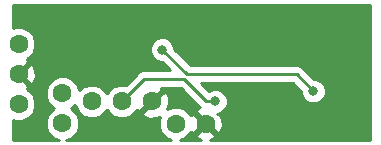
<source format=gbr>
G04 #@! TF.GenerationSoftware,KiCad,Pcbnew,5.0.2+dfsg1-1~bpo9+1*
G04 #@! TF.CreationDate,2019-09-09T18:37:33+01:00*
G04 #@! TF.ProjectId,smart_glasses_tv_b_gone,736d6172-745f-4676-9c61-737365735f74,rev?*
G04 #@! TF.SameCoordinates,Original*
G04 #@! TF.FileFunction,Copper,L2,Bot*
G04 #@! TF.FilePolarity,Positive*
%FSLAX46Y46*%
G04 Gerber Fmt 4.6, Leading zero omitted, Abs format (unit mm)*
G04 Created by KiCad (PCBNEW 5.0.2+dfsg1-1~bpo9+1) date Mon 09 Sep 2019 18:37:33 BST*
%MOMM*%
%LPD*%
G01*
G04 APERTURE LIST*
G04 #@! TA.AperFunction,ComponentPad*
%ADD10C,1.600000*%
G04 #@! TD*
G04 #@! TA.AperFunction,ViaPad*
%ADD11C,0.800000*%
G04 #@! TD*
G04 #@! TA.AperFunction,Conductor*
%ADD12C,0.250000*%
G04 #@! TD*
G04 #@! TA.AperFunction,Conductor*
%ADD13C,0.254000*%
G04 #@! TD*
G04 APERTURE END LIST*
D10*
G04 #@! TO.P,U4,1*
G04 #@! TO.N,Net-(Q1-Pad2)*
X127660400Y-82524600D03*
G04 #@! TO.P,U4,2*
G04 #@! TO.N,Net-(SW1-Pad1)*
X125120400Y-82524600D03*
G04 #@! TD*
G04 #@! TO.P,D1,2*
G04 #@! TO.N,Net-(D1-Pad2)*
X115544600Y-82494120D03*
G04 #@! TO.P,D1,1*
G04 #@! TO.N,Net-(D1-Pad1)*
X115544600Y-79959200D03*
G04 #@! TD*
G04 #@! TO.P,Q1,1*
G04 #@! TO.N,Net-(Q1-Pad1)*
X120573800Y-80657700D03*
G04 #@! TO.P,Q1,2*
G04 #@! TO.N,Net-(Q1-Pad2)*
X123113800Y-80657700D03*
G04 #@! TO.P,Q1,3*
G04 #@! TO.N,Net-(D1-Pad1)*
X118033800Y-80657700D03*
G04 #@! TD*
G04 #@! TO.P,U2,1*
G04 #@! TO.N,Net-(SW1-Pad2)*
X111823500Y-75793600D03*
G04 #@! TO.P,U2,2*
G04 #@! TO.N,Net-(Q1-Pad2)*
X111823500Y-78333600D03*
G04 #@! TO.P,U2,3*
G04 #@! TO.N,Net-(D1-Pad2)*
X111823500Y-80873600D03*
G04 #@! TD*
D11*
G04 #@! TO.N,Net-(Q1-Pad1)*
X128485900Y-80657700D03*
G04 #@! TO.N,Net-(Q1-Pad2)*
X114757200Y-75158600D03*
X140271500Y-80149700D03*
G04 #@! TO.N,Net-(SW2-Pad1)*
X123977400Y-76263500D03*
X136791700Y-79794100D03*
G04 #@! TD*
D12*
G04 #@! TO.N,Net-(Q1-Pad1)*
X127735190Y-80657700D02*
X125868290Y-78790800D01*
X128485900Y-80657700D02*
X127735190Y-80657700D01*
X122440700Y-78790800D02*
X120573800Y-80657700D01*
X125868290Y-78790800D02*
X122440700Y-78790800D01*
G04 #@! TO.N,Net-(SW2-Pad1)*
X123977400Y-76263500D02*
X126085600Y-78371700D01*
X135369300Y-78371700D02*
X136791700Y-79794100D01*
X126085600Y-78371700D02*
X135369300Y-78371700D01*
G04 #@! TD*
D13*
G04 #@! TO.N,Net-(Q1-Pad2)*
G36*
X141606601Y-83923200D02*
X128064982Y-83923200D01*
X128414405Y-83778464D01*
X128488539Y-83532345D01*
X127660400Y-82704205D01*
X126832261Y-83532345D01*
X126906395Y-83778464D01*
X127309066Y-83923200D01*
X125493716Y-83923200D01*
X125933262Y-83741134D01*
X126336934Y-83337462D01*
X126383925Y-83224017D01*
X126406536Y-83278605D01*
X126652655Y-83352739D01*
X127480795Y-82524600D01*
X126652655Y-81696461D01*
X126406536Y-81770595D01*
X126385526Y-81829048D01*
X126336934Y-81711738D01*
X125933262Y-81308066D01*
X125405839Y-81089600D01*
X124834961Y-81089600D01*
X124421950Y-81260675D01*
X124560765Y-80874477D01*
X124533578Y-80304246D01*
X124367664Y-79903695D01*
X124121545Y-79829561D01*
X123293405Y-80657700D01*
X123307548Y-80671842D01*
X123127942Y-80851448D01*
X123113800Y-80837305D01*
X122285661Y-81665445D01*
X122359795Y-81911564D01*
X122897023Y-82104665D01*
X123467254Y-82077478D01*
X123811421Y-81934919D01*
X123685400Y-82239161D01*
X123685400Y-82810039D01*
X123903866Y-83337462D01*
X124307538Y-83741134D01*
X124747084Y-83923200D01*
X115844331Y-83923200D01*
X116357462Y-83710654D01*
X116761134Y-83306982D01*
X116979600Y-82779559D01*
X116979600Y-82208681D01*
X116761134Y-81681258D01*
X116357462Y-81277586D01*
X116234516Y-81226660D01*
X116357462Y-81175734D01*
X116598800Y-80934396D01*
X116598800Y-80943139D01*
X116817266Y-81470562D01*
X117220938Y-81874234D01*
X117748361Y-82092700D01*
X118319239Y-82092700D01*
X118846662Y-81874234D01*
X119250334Y-81470562D01*
X119303800Y-81341484D01*
X119357266Y-81470562D01*
X119760938Y-81874234D01*
X120288361Y-82092700D01*
X120859239Y-82092700D01*
X121386662Y-81874234D01*
X121790334Y-81470562D01*
X121837325Y-81357117D01*
X121859936Y-81411705D01*
X122106055Y-81485839D01*
X122934195Y-80657700D01*
X122920052Y-80643558D01*
X123099658Y-80463952D01*
X123113800Y-80478095D01*
X123941939Y-79649955D01*
X123912072Y-79550800D01*
X125553489Y-79550800D01*
X127144863Y-81142176D01*
X127160450Y-81165503D01*
X126906395Y-81270736D01*
X126832261Y-81516855D01*
X127660400Y-82344995D01*
X127674542Y-82330852D01*
X127854148Y-82510458D01*
X127840005Y-82524600D01*
X128668145Y-83352739D01*
X128914264Y-83278605D01*
X129107365Y-82741377D01*
X129080178Y-82171146D01*
X128914264Y-81770595D01*
X128668147Y-81696461D01*
X128671908Y-81692700D01*
X128691774Y-81692700D01*
X129072180Y-81535131D01*
X129363331Y-81243980D01*
X129520900Y-80863574D01*
X129520900Y-80451826D01*
X129363331Y-80071420D01*
X129072180Y-79780269D01*
X128691774Y-79622700D01*
X128280026Y-79622700D01*
X127922913Y-79770621D01*
X127283992Y-79131700D01*
X135054499Y-79131700D01*
X135756700Y-79833902D01*
X135756700Y-79999974D01*
X135914269Y-80380380D01*
X136205420Y-80671531D01*
X136585826Y-80829100D01*
X136997574Y-80829100D01*
X137377980Y-80671531D01*
X137669131Y-80380380D01*
X137826700Y-79999974D01*
X137826700Y-79588226D01*
X137669131Y-79207820D01*
X137377980Y-78916669D01*
X136997574Y-78759100D01*
X136831502Y-78759100D01*
X135959631Y-77887230D01*
X135917229Y-77823771D01*
X135665837Y-77655796D01*
X135444152Y-77611700D01*
X135444147Y-77611700D01*
X135369300Y-77596812D01*
X135294453Y-77611700D01*
X126400402Y-77611700D01*
X125012400Y-76223699D01*
X125012400Y-76057626D01*
X124854831Y-75677220D01*
X124563680Y-75386069D01*
X124183274Y-75228500D01*
X123771526Y-75228500D01*
X123391120Y-75386069D01*
X123099969Y-75677220D01*
X122942400Y-76057626D01*
X122942400Y-76469374D01*
X123099969Y-76849780D01*
X123391120Y-77140931D01*
X123771526Y-77298500D01*
X123937599Y-77298500D01*
X124669898Y-78030800D01*
X122515546Y-78030800D01*
X122440699Y-78015912D01*
X122365852Y-78030800D01*
X122365848Y-78030800D01*
X122144163Y-78074896D01*
X122081602Y-78116698D01*
X121956226Y-78200471D01*
X121956224Y-78200473D01*
X121892771Y-78242871D01*
X121850373Y-78306324D01*
X120912102Y-79244596D01*
X120859239Y-79222700D01*
X120288361Y-79222700D01*
X119760938Y-79441166D01*
X119357266Y-79844838D01*
X119303800Y-79973916D01*
X119250334Y-79844838D01*
X118846662Y-79441166D01*
X118319239Y-79222700D01*
X117748361Y-79222700D01*
X117220938Y-79441166D01*
X116979600Y-79682504D01*
X116979600Y-79673761D01*
X116761134Y-79146338D01*
X116357462Y-78742666D01*
X115830039Y-78524200D01*
X115259161Y-78524200D01*
X114731738Y-78742666D01*
X114328066Y-79146338D01*
X114109600Y-79673761D01*
X114109600Y-80244639D01*
X114328066Y-80772062D01*
X114731738Y-81175734D01*
X114854684Y-81226660D01*
X114731738Y-81277586D01*
X114328066Y-81681258D01*
X114109600Y-82208681D01*
X114109600Y-82779559D01*
X114328066Y-83306982D01*
X114731738Y-83710654D01*
X115244869Y-83923200D01*
X111390100Y-83923200D01*
X111390100Y-82247312D01*
X111538061Y-82308600D01*
X112108939Y-82308600D01*
X112636362Y-82090134D01*
X113040034Y-81686462D01*
X113258500Y-81159039D01*
X113258500Y-80588161D01*
X113040034Y-80060738D01*
X112636362Y-79657066D01*
X112522917Y-79610075D01*
X112577505Y-79587464D01*
X112651639Y-79341345D01*
X111823500Y-78513205D01*
X111809358Y-78527348D01*
X111629753Y-78347743D01*
X111643895Y-78333600D01*
X112003105Y-78333600D01*
X112831245Y-79161739D01*
X113077364Y-79087605D01*
X113270465Y-78550377D01*
X113243278Y-77980146D01*
X113077364Y-77579595D01*
X112831245Y-77505461D01*
X112003105Y-78333600D01*
X111643895Y-78333600D01*
X111629753Y-78319458D01*
X111809358Y-78139852D01*
X111823500Y-78153995D01*
X112651639Y-77325855D01*
X112577505Y-77079736D01*
X112519052Y-77058726D01*
X112636362Y-77010134D01*
X113040034Y-76606462D01*
X113258500Y-76079039D01*
X113258500Y-75508161D01*
X113040034Y-74980738D01*
X112636362Y-74577066D01*
X112108939Y-74358600D01*
X111538061Y-74358600D01*
X111390100Y-74419888D01*
X111390100Y-72464600D01*
X141606600Y-72464600D01*
X141606601Y-83923200D01*
X141606601Y-83923200D01*
G37*
X141606601Y-83923200D02*
X128064982Y-83923200D01*
X128414405Y-83778464D01*
X128488539Y-83532345D01*
X127660400Y-82704205D01*
X126832261Y-83532345D01*
X126906395Y-83778464D01*
X127309066Y-83923200D01*
X125493716Y-83923200D01*
X125933262Y-83741134D01*
X126336934Y-83337462D01*
X126383925Y-83224017D01*
X126406536Y-83278605D01*
X126652655Y-83352739D01*
X127480795Y-82524600D01*
X126652655Y-81696461D01*
X126406536Y-81770595D01*
X126385526Y-81829048D01*
X126336934Y-81711738D01*
X125933262Y-81308066D01*
X125405839Y-81089600D01*
X124834961Y-81089600D01*
X124421950Y-81260675D01*
X124560765Y-80874477D01*
X124533578Y-80304246D01*
X124367664Y-79903695D01*
X124121545Y-79829561D01*
X123293405Y-80657700D01*
X123307548Y-80671842D01*
X123127942Y-80851448D01*
X123113800Y-80837305D01*
X122285661Y-81665445D01*
X122359795Y-81911564D01*
X122897023Y-82104665D01*
X123467254Y-82077478D01*
X123811421Y-81934919D01*
X123685400Y-82239161D01*
X123685400Y-82810039D01*
X123903866Y-83337462D01*
X124307538Y-83741134D01*
X124747084Y-83923200D01*
X115844331Y-83923200D01*
X116357462Y-83710654D01*
X116761134Y-83306982D01*
X116979600Y-82779559D01*
X116979600Y-82208681D01*
X116761134Y-81681258D01*
X116357462Y-81277586D01*
X116234516Y-81226660D01*
X116357462Y-81175734D01*
X116598800Y-80934396D01*
X116598800Y-80943139D01*
X116817266Y-81470562D01*
X117220938Y-81874234D01*
X117748361Y-82092700D01*
X118319239Y-82092700D01*
X118846662Y-81874234D01*
X119250334Y-81470562D01*
X119303800Y-81341484D01*
X119357266Y-81470562D01*
X119760938Y-81874234D01*
X120288361Y-82092700D01*
X120859239Y-82092700D01*
X121386662Y-81874234D01*
X121790334Y-81470562D01*
X121837325Y-81357117D01*
X121859936Y-81411705D01*
X122106055Y-81485839D01*
X122934195Y-80657700D01*
X122920052Y-80643558D01*
X123099658Y-80463952D01*
X123113800Y-80478095D01*
X123941939Y-79649955D01*
X123912072Y-79550800D01*
X125553489Y-79550800D01*
X127144863Y-81142176D01*
X127160450Y-81165503D01*
X126906395Y-81270736D01*
X126832261Y-81516855D01*
X127660400Y-82344995D01*
X127674542Y-82330852D01*
X127854148Y-82510458D01*
X127840005Y-82524600D01*
X128668145Y-83352739D01*
X128914264Y-83278605D01*
X129107365Y-82741377D01*
X129080178Y-82171146D01*
X128914264Y-81770595D01*
X128668147Y-81696461D01*
X128671908Y-81692700D01*
X128691774Y-81692700D01*
X129072180Y-81535131D01*
X129363331Y-81243980D01*
X129520900Y-80863574D01*
X129520900Y-80451826D01*
X129363331Y-80071420D01*
X129072180Y-79780269D01*
X128691774Y-79622700D01*
X128280026Y-79622700D01*
X127922913Y-79770621D01*
X127283992Y-79131700D01*
X135054499Y-79131700D01*
X135756700Y-79833902D01*
X135756700Y-79999974D01*
X135914269Y-80380380D01*
X136205420Y-80671531D01*
X136585826Y-80829100D01*
X136997574Y-80829100D01*
X137377980Y-80671531D01*
X137669131Y-80380380D01*
X137826700Y-79999974D01*
X137826700Y-79588226D01*
X137669131Y-79207820D01*
X137377980Y-78916669D01*
X136997574Y-78759100D01*
X136831502Y-78759100D01*
X135959631Y-77887230D01*
X135917229Y-77823771D01*
X135665837Y-77655796D01*
X135444152Y-77611700D01*
X135444147Y-77611700D01*
X135369300Y-77596812D01*
X135294453Y-77611700D01*
X126400402Y-77611700D01*
X125012400Y-76223699D01*
X125012400Y-76057626D01*
X124854831Y-75677220D01*
X124563680Y-75386069D01*
X124183274Y-75228500D01*
X123771526Y-75228500D01*
X123391120Y-75386069D01*
X123099969Y-75677220D01*
X122942400Y-76057626D01*
X122942400Y-76469374D01*
X123099969Y-76849780D01*
X123391120Y-77140931D01*
X123771526Y-77298500D01*
X123937599Y-77298500D01*
X124669898Y-78030800D01*
X122515546Y-78030800D01*
X122440699Y-78015912D01*
X122365852Y-78030800D01*
X122365848Y-78030800D01*
X122144163Y-78074896D01*
X122081602Y-78116698D01*
X121956226Y-78200471D01*
X121956224Y-78200473D01*
X121892771Y-78242871D01*
X121850373Y-78306324D01*
X120912102Y-79244596D01*
X120859239Y-79222700D01*
X120288361Y-79222700D01*
X119760938Y-79441166D01*
X119357266Y-79844838D01*
X119303800Y-79973916D01*
X119250334Y-79844838D01*
X118846662Y-79441166D01*
X118319239Y-79222700D01*
X117748361Y-79222700D01*
X117220938Y-79441166D01*
X116979600Y-79682504D01*
X116979600Y-79673761D01*
X116761134Y-79146338D01*
X116357462Y-78742666D01*
X115830039Y-78524200D01*
X115259161Y-78524200D01*
X114731738Y-78742666D01*
X114328066Y-79146338D01*
X114109600Y-79673761D01*
X114109600Y-80244639D01*
X114328066Y-80772062D01*
X114731738Y-81175734D01*
X114854684Y-81226660D01*
X114731738Y-81277586D01*
X114328066Y-81681258D01*
X114109600Y-82208681D01*
X114109600Y-82779559D01*
X114328066Y-83306982D01*
X114731738Y-83710654D01*
X115244869Y-83923200D01*
X111390100Y-83923200D01*
X111390100Y-82247312D01*
X111538061Y-82308600D01*
X112108939Y-82308600D01*
X112636362Y-82090134D01*
X113040034Y-81686462D01*
X113258500Y-81159039D01*
X113258500Y-80588161D01*
X113040034Y-80060738D01*
X112636362Y-79657066D01*
X112522917Y-79610075D01*
X112577505Y-79587464D01*
X112651639Y-79341345D01*
X111823500Y-78513205D01*
X111809358Y-78527348D01*
X111629753Y-78347743D01*
X111643895Y-78333600D01*
X112003105Y-78333600D01*
X112831245Y-79161739D01*
X113077364Y-79087605D01*
X113270465Y-78550377D01*
X113243278Y-77980146D01*
X113077364Y-77579595D01*
X112831245Y-77505461D01*
X112003105Y-78333600D01*
X111643895Y-78333600D01*
X111629753Y-78319458D01*
X111809358Y-78139852D01*
X111823500Y-78153995D01*
X112651639Y-77325855D01*
X112577505Y-77079736D01*
X112519052Y-77058726D01*
X112636362Y-77010134D01*
X113040034Y-76606462D01*
X113258500Y-76079039D01*
X113258500Y-75508161D01*
X113040034Y-74980738D01*
X112636362Y-74577066D01*
X112108939Y-74358600D01*
X111538061Y-74358600D01*
X111390100Y-74419888D01*
X111390100Y-72464600D01*
X141606600Y-72464600D01*
X141606601Y-83923200D01*
G04 #@! TD*
M02*

</source>
